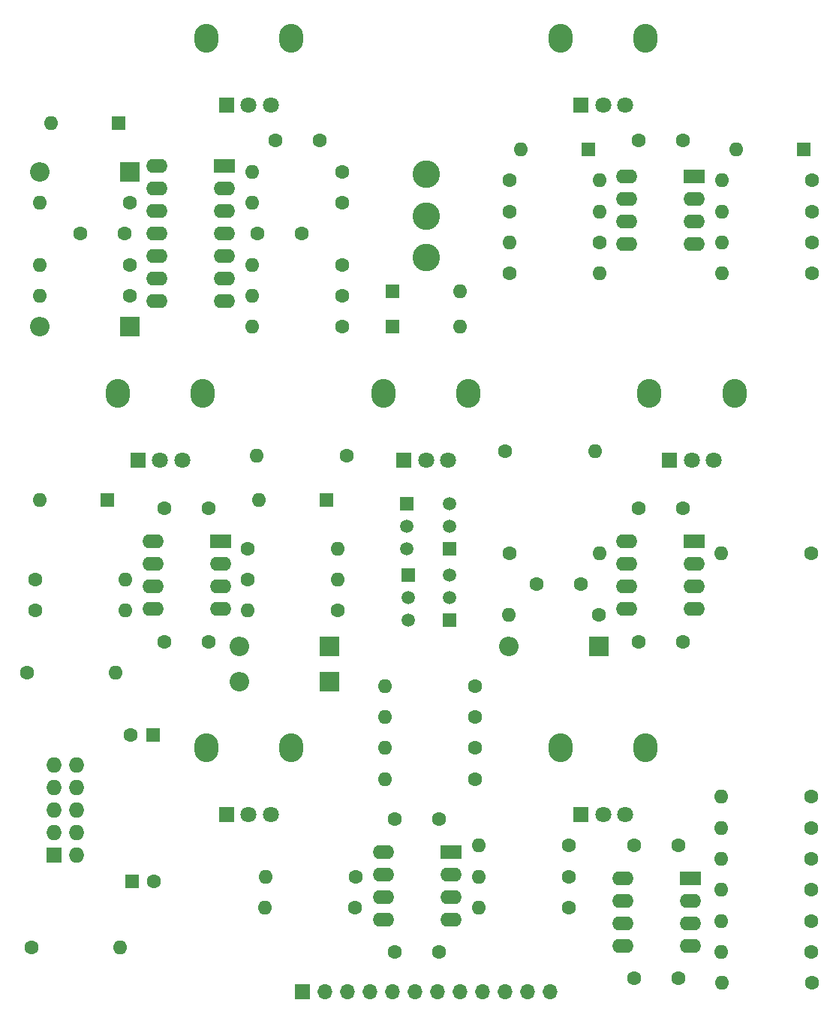
<source format=gts>
G04 #@! TF.GenerationSoftware,KiCad,Pcbnew,(7.0.0)*
G04 #@! TF.CreationDate,2023-03-18T14:29:31-05:00*
G04 #@! TF.ProjectId,SlopesMain,536c6f70-6573-44d6-9169-6e2e6b696361,rev?*
G04 #@! TF.SameCoordinates,Original*
G04 #@! TF.FileFunction,Soldermask,Top*
G04 #@! TF.FilePolarity,Negative*
%FSLAX46Y46*%
G04 Gerber Fmt 4.6, Leading zero omitted, Abs format (unit mm)*
G04 Created by KiCad (PCBNEW (7.0.0)) date 2023-03-18 14:29:31*
%MOMM*%
%LPD*%
G01*
G04 APERTURE LIST*
%ADD10C,3.100000*%
%ADD11O,2.720000X3.240000*%
%ADD12R,1.800000X1.800000*%
%ADD13C,1.800000*%
%ADD14R,2.200000X2.200000*%
%ADD15O,2.200000X2.200000*%
%ADD16C,1.600000*%
%ADD17O,1.600000X1.600000*%
%ADD18R,2.400000X1.600000*%
%ADD19O,2.400000X1.600000*%
%ADD20R,1.600000X1.600000*%
%ADD21R,1.500000X1.500000*%
%ADD22C,1.500000*%
%ADD23R,1.700000X1.700000*%
%ADD24O,1.700000X1.700000*%
%ADD25R,1.727200X1.727200*%
%ADD26O,1.727200X1.727200*%
G04 APERTURE END LIST*
D10*
X350000000Y-54700000D03*
X350000000Y-50000000D03*
X350000000Y-45300000D03*
D11*
X325199999Y-109999999D03*
X334799999Y-109999999D03*
D12*
X327499999Y-117499999D03*
D13*
X330000000Y-117500000D03*
X332500000Y-117500000D03*
D11*
X345199999Y-69999999D03*
X354799999Y-69999999D03*
D12*
X347499999Y-77499999D03*
D13*
X350000000Y-77500000D03*
X352500000Y-77500000D03*
D11*
X365199999Y-29999999D03*
X374799999Y-29999999D03*
D12*
X367499999Y-37499999D03*
D13*
X370000000Y-37500000D03*
X372500000Y-37500000D03*
D11*
X365199999Y-109999999D03*
X374799999Y-109999999D03*
D12*
X367499999Y-117499999D03*
D13*
X370000000Y-117500000D03*
X372500000Y-117500000D03*
D11*
X325199999Y-29999999D03*
X334799999Y-29999999D03*
D12*
X327499999Y-37499999D03*
D13*
X330000000Y-37500000D03*
X332500000Y-37500000D03*
D11*
X315199999Y-69999999D03*
X324799999Y-69999999D03*
D12*
X317499999Y-77499999D03*
D13*
X320000000Y-77500000D03*
X322500000Y-77500000D03*
D11*
X375199999Y-69999999D03*
X384799999Y-69999999D03*
D12*
X377499999Y-77499999D03*
D13*
X380000000Y-77500000D03*
X382500000Y-77500000D03*
D14*
X339079999Y-98499999D03*
D15*
X328919999Y-98499999D03*
D16*
X393500000Y-115500000D03*
D17*
X383339999Y-115499999D03*
D16*
X340580000Y-59000000D03*
D17*
X330419999Y-58999999D03*
D16*
X366080000Y-121000000D03*
D17*
X355919999Y-120999999D03*
D18*
X379799999Y-124699999D03*
D19*
X379799999Y-127239999D03*
X379799999Y-129779999D03*
X379799999Y-132319999D03*
X372179999Y-132319999D03*
X372179999Y-129779999D03*
X372179999Y-127239999D03*
X372179999Y-124699999D03*
D18*
X380299999Y-45499999D03*
D19*
X380299999Y-48039999D03*
X380299999Y-50579999D03*
X380299999Y-53119999D03*
X372679999Y-53119999D03*
X372679999Y-50579999D03*
X372679999Y-48039999D03*
X372679999Y-45499999D03*
D18*
X352799999Y-121699999D03*
D19*
X352799999Y-124239999D03*
X352799999Y-126779999D03*
X352799999Y-129319999D03*
X345179999Y-129319999D03*
X345179999Y-126779999D03*
X345179999Y-124239999D03*
X345179999Y-121699999D03*
D20*
X346189999Y-62499999D03*
D17*
X353809999Y-62499999D03*
D16*
X373500000Y-121000000D03*
X378500000Y-121000000D03*
X374000000Y-83000000D03*
X379000000Y-83000000D03*
X393500000Y-119000000D03*
D17*
X383339999Y-118999999D03*
D16*
X393580000Y-136500000D03*
D17*
X383419999Y-136499999D03*
D20*
X368309999Y-42499999D03*
D17*
X360689999Y-42499999D03*
D16*
X358920000Y-76500000D03*
D17*
X369079999Y-76499999D03*
D16*
X393580000Y-49500000D03*
D17*
X383419999Y-49499999D03*
D16*
X393580000Y-56500000D03*
D17*
X383419999Y-56499999D03*
D16*
X316580000Y-48500000D03*
D17*
X306419999Y-48499999D03*
D16*
X316580000Y-59000000D03*
D17*
X306419999Y-58999999D03*
D16*
X340580000Y-62500000D03*
D17*
X330419999Y-62499999D03*
D20*
X319182399Y-108499999D03*
D16*
X316682400Y-108500000D03*
X341080000Y-77000000D03*
D17*
X330919999Y-76999999D03*
D16*
X374000000Y-41500000D03*
X379000000Y-41500000D03*
X393580000Y-53000000D03*
D17*
X383419999Y-52999999D03*
D21*
X352639999Y-95539999D03*
D22*
X352640000Y-93000000D03*
X352640000Y-90460000D03*
D16*
X369500000Y-95000000D03*
D17*
X359339999Y-94999999D03*
D20*
X314039999Y-81999999D03*
D17*
X306419999Y-81999999D03*
D16*
X366080000Y-124500000D03*
D17*
X355919999Y-124499999D03*
D18*
X327299999Y-44374999D03*
D19*
X327299999Y-46914999D03*
X327299999Y-49454999D03*
X327299999Y-51994999D03*
X327299999Y-54534999D03*
X327299999Y-57074999D03*
X327299999Y-59614999D03*
X319679999Y-59614999D03*
X319679999Y-57074999D03*
X319679999Y-54534999D03*
X319679999Y-51994999D03*
X319679999Y-49454999D03*
X319679999Y-46914999D03*
X319679999Y-44374999D03*
D16*
X355580000Y-103000000D03*
D17*
X345419999Y-102999999D03*
D16*
X373500000Y-136000000D03*
X378500000Y-136000000D03*
X393580000Y-46000000D03*
D17*
X383419999Y-45999999D03*
D16*
X393500000Y-133000000D03*
D17*
X383339999Y-132999999D03*
D16*
X359420000Y-49500000D03*
D17*
X369579999Y-49499999D03*
D16*
X367500000Y-91500000D03*
X362500000Y-91500000D03*
X338000000Y-41500000D03*
X333000000Y-41500000D03*
X305000000Y-101500000D03*
D17*
X314999999Y-101499999D03*
D16*
X393500000Y-126000000D03*
D17*
X383339999Y-125999999D03*
D16*
X355580000Y-106500000D03*
D17*
X345419999Y-106499999D03*
D16*
X305500000Y-132500000D03*
D17*
X315499999Y-132499999D03*
D20*
X316817599Y-124999999D03*
D16*
X319317600Y-125000000D03*
X329920000Y-91000000D03*
D17*
X340079999Y-90999999D03*
D16*
X359420000Y-46000000D03*
D17*
X369579999Y-45999999D03*
D16*
X311000000Y-52000000D03*
X316000000Y-52000000D03*
X374000000Y-98000000D03*
X379000000Y-98000000D03*
X355580000Y-113500000D03*
D17*
X345419999Y-113499999D03*
D16*
X336000000Y-52000000D03*
X331000000Y-52000000D03*
X346500000Y-118000000D03*
X351500000Y-118000000D03*
X393500000Y-88000000D03*
D17*
X383339999Y-87999999D03*
D14*
X316579999Y-62499999D03*
D15*
X306419999Y-62499999D03*
D16*
X305920000Y-91000000D03*
D17*
X316079999Y-90999999D03*
D14*
X369499999Y-98499999D03*
D15*
X359339999Y-98499999D03*
D16*
X329920000Y-87500000D03*
D17*
X340079999Y-87499999D03*
D16*
X393500000Y-122500000D03*
D17*
X383339999Y-122499999D03*
D23*
X336049999Y-137524999D03*
D24*
X338589999Y-137524999D03*
X341129999Y-137524999D03*
X343669999Y-137524999D03*
X346209999Y-137524999D03*
X348749999Y-137524999D03*
X351289999Y-137524999D03*
X353829999Y-137524999D03*
X356369999Y-137524999D03*
X358909999Y-137524999D03*
X361449999Y-137524999D03*
X363989999Y-137524999D03*
D16*
X305920000Y-94500000D03*
D17*
X316079999Y-94499999D03*
D25*
X307999999Y-122079999D03*
D26*
X310539999Y-122079999D03*
X307999999Y-119539999D03*
X310539999Y-119539999D03*
X307999999Y-116999999D03*
X310539999Y-116999999D03*
X307999999Y-114459999D03*
X310539999Y-114459999D03*
X307999999Y-111919999D03*
X310539999Y-111919999D03*
D16*
X340580000Y-48500000D03*
D17*
X330419999Y-48499999D03*
D16*
X320500000Y-83000000D03*
X325500000Y-83000000D03*
D14*
X339079999Y-102499999D03*
D15*
X328919999Y-102499999D03*
D16*
X340080000Y-94500000D03*
D17*
X329919999Y-94499999D03*
D20*
X346189999Y-58499999D03*
D17*
X353809999Y-58499999D03*
D18*
X380299999Y-86699999D03*
D19*
X380299999Y-89239999D03*
X380299999Y-91779999D03*
X380299999Y-94319999D03*
X372679999Y-94319999D03*
X372679999Y-91779999D03*
X372679999Y-89239999D03*
X372679999Y-86699999D03*
D16*
X393500000Y-129500000D03*
D17*
X383339999Y-129499999D03*
D16*
X359420000Y-88000000D03*
D17*
X369579999Y-87999999D03*
D20*
X392609999Y-42499999D03*
D17*
X384989999Y-42499999D03*
D16*
X340580000Y-55500000D03*
D17*
X330419999Y-55499999D03*
D20*
X338809999Y-81999999D03*
D17*
X331189999Y-81999999D03*
D21*
X347999999Y-90499999D03*
D22*
X348000000Y-93040000D03*
X348000000Y-95580000D03*
D16*
X316580000Y-55500000D03*
D17*
X306419999Y-55499999D03*
D18*
X326799999Y-86699999D03*
D19*
X326799999Y-89239999D03*
X326799999Y-91779999D03*
X326799999Y-94319999D03*
X319179999Y-94319999D03*
X319179999Y-91779999D03*
X319179999Y-89239999D03*
X319179999Y-86699999D03*
D16*
X359420000Y-56500000D03*
D17*
X369579999Y-56499999D03*
D16*
X366080000Y-128000000D03*
D17*
X355919999Y-127999999D03*
D20*
X315309999Y-39499999D03*
D17*
X307689999Y-39499999D03*
D16*
X355580000Y-110000000D03*
D17*
X345419999Y-109999999D03*
D16*
X342000000Y-128000000D03*
D17*
X331839999Y-127999999D03*
D16*
X340580000Y-45000000D03*
D17*
X330419999Y-44999999D03*
D16*
X342080000Y-124500000D03*
D17*
X331919999Y-124499999D03*
D16*
X346500000Y-133000000D03*
X351500000Y-133000000D03*
X320500000Y-98000000D03*
X325500000Y-98000000D03*
D14*
X316579999Y-44999999D03*
D15*
X306419999Y-44999999D03*
D21*
X352639999Y-87539999D03*
D22*
X352640000Y-85000000D03*
X352640000Y-82460000D03*
D21*
X347859999Y-82459999D03*
D22*
X347860000Y-85000000D03*
X347860000Y-87540000D03*
D16*
X369580000Y-53000000D03*
D17*
X359419999Y-52999999D03*
M02*

</source>
